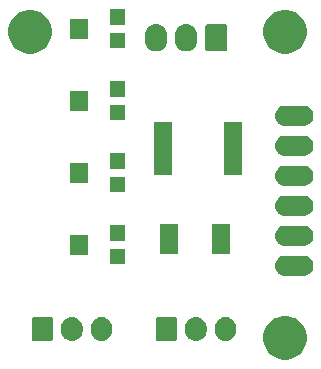
<source format=gbr>
G04 #@! TF.GenerationSoftware,KiCad,Pcbnew,(5.0.2)-1*
G04 #@! TF.CreationDate,2019-03-31T11:29:19+03:00*
G04 #@! TF.ProjectId,galvo-schematic,67616c76-6f2d-4736-9368-656d61746963,rev?*
G04 #@! TF.SameCoordinates,Original*
G04 #@! TF.FileFunction,Soldermask,Top*
G04 #@! TF.FilePolarity,Negative*
%FSLAX46Y46*%
G04 Gerber Fmt 4.6, Leading zero omitted, Abs format (unit mm)*
G04 Created by KiCad (PCBNEW (5.0.2)-1) date 31.03.2019 11:29:19*
%MOMM*%
%LPD*%
G01*
G04 APERTURE LIST*
%ADD10C,0.100000*%
G04 APERTURE END LIST*
D10*
G36*
X146589625Y-108965095D02*
X146589627Y-108965096D01*
X146589628Y-108965096D01*
X146800714Y-109052531D01*
X146926303Y-109104552D01*
X147229306Y-109307011D01*
X147486989Y-109564694D01*
X147576442Y-109698571D01*
X147689448Y-109867697D01*
X147814338Y-110169206D01*
X147828905Y-110204375D01*
X147900000Y-110561791D01*
X147900000Y-110926209D01*
X147828905Y-111283625D01*
X147689448Y-111620303D01*
X147486989Y-111923306D01*
X147229306Y-112180989D01*
X146926303Y-112383448D01*
X146589628Y-112522904D01*
X146589627Y-112522904D01*
X146589625Y-112522905D01*
X146232209Y-112594000D01*
X145867791Y-112594000D01*
X145510375Y-112522905D01*
X145510373Y-112522904D01*
X145510372Y-112522904D01*
X145173697Y-112383448D01*
X144870694Y-112180989D01*
X144613011Y-111923306D01*
X144410552Y-111620303D01*
X144271095Y-111283625D01*
X144200000Y-110926209D01*
X144200000Y-110561791D01*
X144271095Y-110204375D01*
X144285663Y-110169206D01*
X144410552Y-109867697D01*
X144523558Y-109698571D01*
X144613011Y-109564694D01*
X144870694Y-109307011D01*
X145173697Y-109104552D01*
X145299286Y-109052531D01*
X145510372Y-108965096D01*
X145510373Y-108965096D01*
X145510375Y-108965095D01*
X145867791Y-108894000D01*
X146232209Y-108894000D01*
X146589625Y-108965095D01*
X146589625Y-108965095D01*
G37*
G36*
X128176428Y-108988022D02*
X128346080Y-109039486D01*
X128502434Y-109123058D01*
X128639475Y-109235525D01*
X128751942Y-109372566D01*
X128835514Y-109528919D01*
X128886978Y-109698571D01*
X128900000Y-109830788D01*
X128900000Y-110169211D01*
X128896536Y-110204375D01*
X128886977Y-110301430D01*
X128835514Y-110471081D01*
X128751942Y-110627434D01*
X128639475Y-110764475D01*
X128502434Y-110876942D01*
X128346081Y-110960514D01*
X128176429Y-111011978D01*
X128000000Y-111029355D01*
X127823572Y-111011978D01*
X127653920Y-110960514D01*
X127497567Y-110876942D01*
X127418357Y-110811936D01*
X127360525Y-110764475D01*
X127248057Y-110627432D01*
X127164486Y-110471081D01*
X127113023Y-110301431D01*
X127113022Y-110301429D01*
X127100000Y-110169212D01*
X127100000Y-109830789D01*
X127113022Y-109698572D01*
X127164486Y-109528920D01*
X127248058Y-109372566D01*
X127360525Y-109235525D01*
X127497566Y-109123058D01*
X127653919Y-109039486D01*
X127823571Y-108988022D01*
X128000000Y-108970645D01*
X128176428Y-108988022D01*
X128176428Y-108988022D01*
G37*
G36*
X141176428Y-108988022D02*
X141346080Y-109039486D01*
X141502434Y-109123058D01*
X141639475Y-109235525D01*
X141751942Y-109372566D01*
X141835514Y-109528919D01*
X141886978Y-109698571D01*
X141900000Y-109830788D01*
X141900000Y-110169211D01*
X141896536Y-110204375D01*
X141886977Y-110301430D01*
X141835514Y-110471081D01*
X141751942Y-110627434D01*
X141639475Y-110764475D01*
X141502434Y-110876942D01*
X141346081Y-110960514D01*
X141176429Y-111011978D01*
X141000000Y-111029355D01*
X140823572Y-111011978D01*
X140653920Y-110960514D01*
X140497567Y-110876942D01*
X140418357Y-110811936D01*
X140360525Y-110764475D01*
X140248057Y-110627432D01*
X140164486Y-110471081D01*
X140113023Y-110301431D01*
X140113022Y-110301429D01*
X140100000Y-110169212D01*
X140100000Y-109830789D01*
X140113022Y-109698572D01*
X140164486Y-109528920D01*
X140248058Y-109372566D01*
X140360525Y-109235525D01*
X140497566Y-109123058D01*
X140653919Y-109039486D01*
X140823571Y-108988022D01*
X141000000Y-108970645D01*
X141176428Y-108988022D01*
X141176428Y-108988022D01*
G37*
G36*
X138676428Y-108988022D02*
X138846080Y-109039486D01*
X139002434Y-109123058D01*
X139139475Y-109235525D01*
X139251942Y-109372566D01*
X139335514Y-109528919D01*
X139386978Y-109698571D01*
X139400000Y-109830788D01*
X139400000Y-110169211D01*
X139396536Y-110204375D01*
X139386977Y-110301430D01*
X139335514Y-110471081D01*
X139251942Y-110627434D01*
X139139475Y-110764475D01*
X139002434Y-110876942D01*
X138846081Y-110960514D01*
X138676429Y-111011978D01*
X138500000Y-111029355D01*
X138323572Y-111011978D01*
X138153920Y-110960514D01*
X137997567Y-110876942D01*
X137918357Y-110811936D01*
X137860525Y-110764475D01*
X137748057Y-110627432D01*
X137664486Y-110471081D01*
X137613023Y-110301431D01*
X137613022Y-110301429D01*
X137600000Y-110169212D01*
X137600000Y-109830789D01*
X137613022Y-109698572D01*
X137664486Y-109528920D01*
X137748058Y-109372566D01*
X137860525Y-109235525D01*
X137997566Y-109123058D01*
X138153919Y-109039486D01*
X138323571Y-108988022D01*
X138500000Y-108970645D01*
X138676428Y-108988022D01*
X138676428Y-108988022D01*
G37*
G36*
X130676428Y-108988022D02*
X130846080Y-109039486D01*
X131002434Y-109123058D01*
X131139475Y-109235525D01*
X131251942Y-109372566D01*
X131335514Y-109528919D01*
X131386978Y-109698571D01*
X131400000Y-109830788D01*
X131400000Y-110169211D01*
X131396536Y-110204375D01*
X131386977Y-110301430D01*
X131335514Y-110471081D01*
X131251942Y-110627434D01*
X131139475Y-110764475D01*
X131002434Y-110876942D01*
X130846081Y-110960514D01*
X130676429Y-111011978D01*
X130500000Y-111029355D01*
X130323572Y-111011978D01*
X130153920Y-110960514D01*
X129997567Y-110876942D01*
X129918357Y-110811936D01*
X129860525Y-110764475D01*
X129748057Y-110627432D01*
X129664486Y-110471081D01*
X129613023Y-110301431D01*
X129613022Y-110301429D01*
X129600000Y-110169212D01*
X129600000Y-109830789D01*
X129613022Y-109698572D01*
X129664486Y-109528920D01*
X129748058Y-109372566D01*
X129860525Y-109235525D01*
X129997566Y-109123058D01*
X130153919Y-109039486D01*
X130323571Y-108988022D01*
X130500000Y-108970645D01*
X130676428Y-108988022D01*
X130676428Y-108988022D01*
G37*
G36*
X136743660Y-108979205D02*
X136779980Y-108990222D01*
X136813459Y-109008118D01*
X136842802Y-109032198D01*
X136866882Y-109061541D01*
X136884778Y-109095020D01*
X136895795Y-109131340D01*
X136900000Y-109174035D01*
X136900000Y-110825965D01*
X136895795Y-110868660D01*
X136884778Y-110904980D01*
X136866882Y-110938459D01*
X136842802Y-110967802D01*
X136813459Y-110991882D01*
X136779980Y-111009778D01*
X136743660Y-111020795D01*
X136700965Y-111025000D01*
X135299035Y-111025000D01*
X135256340Y-111020795D01*
X135220020Y-111009778D01*
X135186541Y-110991882D01*
X135157198Y-110967802D01*
X135133118Y-110938459D01*
X135115222Y-110904980D01*
X135104205Y-110868660D01*
X135100000Y-110825965D01*
X135100000Y-109174035D01*
X135104205Y-109131340D01*
X135115222Y-109095020D01*
X135133118Y-109061541D01*
X135157198Y-109032198D01*
X135186541Y-109008118D01*
X135220020Y-108990222D01*
X135256340Y-108979205D01*
X135299035Y-108975000D01*
X136700965Y-108975000D01*
X136743660Y-108979205D01*
X136743660Y-108979205D01*
G37*
G36*
X126243660Y-108979205D02*
X126279980Y-108990222D01*
X126313459Y-109008118D01*
X126342802Y-109032198D01*
X126366882Y-109061541D01*
X126384778Y-109095020D01*
X126395795Y-109131340D01*
X126400000Y-109174035D01*
X126400000Y-110825965D01*
X126395795Y-110868660D01*
X126384778Y-110904980D01*
X126366882Y-110938459D01*
X126342802Y-110967802D01*
X126313459Y-110991882D01*
X126279980Y-111009778D01*
X126243660Y-111020795D01*
X126200965Y-111025000D01*
X124799035Y-111025000D01*
X124756340Y-111020795D01*
X124720020Y-111009778D01*
X124686541Y-110991882D01*
X124657198Y-110967802D01*
X124633118Y-110938459D01*
X124615222Y-110904980D01*
X124604205Y-110868660D01*
X124600000Y-110825965D01*
X124600000Y-109174035D01*
X124604205Y-109131340D01*
X124615222Y-109095020D01*
X124633118Y-109061541D01*
X124657198Y-109032198D01*
X124686541Y-109008118D01*
X124720020Y-108990222D01*
X124756340Y-108979205D01*
X124799035Y-108975000D01*
X126200965Y-108975000D01*
X126243660Y-108979205D01*
X126243660Y-108979205D01*
G37*
G36*
X147743293Y-103796895D02*
X147906085Y-103846278D01*
X148056114Y-103926470D01*
X148187612Y-104034388D01*
X148295530Y-104165886D01*
X148375722Y-104315915D01*
X148425105Y-104478707D01*
X148441779Y-104648000D01*
X148425105Y-104817293D01*
X148375722Y-104980085D01*
X148295530Y-105130114D01*
X148187612Y-105261612D01*
X148056114Y-105369530D01*
X147906085Y-105449722D01*
X147743293Y-105499105D01*
X147616426Y-105511600D01*
X146007574Y-105511600D01*
X145880707Y-105499105D01*
X145717915Y-105449722D01*
X145567886Y-105369530D01*
X145436388Y-105261612D01*
X145328470Y-105130114D01*
X145248278Y-104980085D01*
X145198895Y-104817293D01*
X145182221Y-104648000D01*
X145198895Y-104478707D01*
X145248278Y-104315915D01*
X145328470Y-104165886D01*
X145436388Y-104034388D01*
X145567886Y-103926470D01*
X145717915Y-103846278D01*
X145880707Y-103796895D01*
X146007574Y-103784400D01*
X147616426Y-103784400D01*
X147743293Y-103796895D01*
X147743293Y-103796895D01*
G37*
G36*
X132498000Y-104520000D02*
X131198000Y-104520000D01*
X131198000Y-103220000D01*
X132498000Y-103220000D01*
X132498000Y-104520000D01*
X132498000Y-104520000D01*
G37*
G36*
X129398000Y-103720000D02*
X127798000Y-103720000D01*
X127798000Y-102020000D01*
X129398000Y-102020000D01*
X129398000Y-103720000D01*
X129398000Y-103720000D01*
G37*
G36*
X137005000Y-103612000D02*
X135455000Y-103612000D01*
X135455000Y-101112000D01*
X137005000Y-101112000D01*
X137005000Y-103612000D01*
X137005000Y-103612000D01*
G37*
G36*
X141405000Y-103612000D02*
X139855000Y-103612000D01*
X139855000Y-101112000D01*
X141405000Y-101112000D01*
X141405000Y-103612000D01*
X141405000Y-103612000D01*
G37*
G36*
X147743293Y-101256895D02*
X147906085Y-101306278D01*
X148056114Y-101386470D01*
X148187612Y-101494388D01*
X148295530Y-101625886D01*
X148375722Y-101775915D01*
X148425105Y-101938707D01*
X148441779Y-102108000D01*
X148425105Y-102277293D01*
X148375722Y-102440085D01*
X148295530Y-102590114D01*
X148187612Y-102721612D01*
X148056114Y-102829530D01*
X147906085Y-102909722D01*
X147743293Y-102959105D01*
X147616426Y-102971600D01*
X146007574Y-102971600D01*
X145880707Y-102959105D01*
X145717915Y-102909722D01*
X145567886Y-102829530D01*
X145436388Y-102721612D01*
X145328470Y-102590114D01*
X145248278Y-102440085D01*
X145198895Y-102277293D01*
X145182221Y-102108000D01*
X145198895Y-101938707D01*
X145248278Y-101775915D01*
X145328470Y-101625886D01*
X145436388Y-101494388D01*
X145567886Y-101386470D01*
X145717915Y-101306278D01*
X145880707Y-101256895D01*
X146007574Y-101244400D01*
X147616426Y-101244400D01*
X147743293Y-101256895D01*
X147743293Y-101256895D01*
G37*
G36*
X132498000Y-102520000D02*
X131198000Y-102520000D01*
X131198000Y-101220000D01*
X132498000Y-101220000D01*
X132498000Y-102520000D01*
X132498000Y-102520000D01*
G37*
G36*
X147743293Y-98716895D02*
X147906085Y-98766278D01*
X148056114Y-98846470D01*
X148187612Y-98954388D01*
X148295530Y-99085886D01*
X148375722Y-99235915D01*
X148425105Y-99398707D01*
X148441779Y-99568000D01*
X148425105Y-99737293D01*
X148375722Y-99900085D01*
X148295530Y-100050114D01*
X148187612Y-100181612D01*
X148056114Y-100289530D01*
X147906085Y-100369722D01*
X147743293Y-100419105D01*
X147616426Y-100431600D01*
X146007574Y-100431600D01*
X145880707Y-100419105D01*
X145717915Y-100369722D01*
X145567886Y-100289530D01*
X145436388Y-100181612D01*
X145328470Y-100050114D01*
X145248278Y-99900085D01*
X145198895Y-99737293D01*
X145182221Y-99568000D01*
X145198895Y-99398707D01*
X145248278Y-99235915D01*
X145328470Y-99085886D01*
X145436388Y-98954388D01*
X145567886Y-98846470D01*
X145717915Y-98766278D01*
X145880707Y-98716895D01*
X146007574Y-98704400D01*
X147616426Y-98704400D01*
X147743293Y-98716895D01*
X147743293Y-98716895D01*
G37*
G36*
X132498000Y-98424000D02*
X131198000Y-98424000D01*
X131198000Y-97124000D01*
X132498000Y-97124000D01*
X132498000Y-98424000D01*
X132498000Y-98424000D01*
G37*
G36*
X147743293Y-96176895D02*
X147906085Y-96226278D01*
X148056114Y-96306470D01*
X148187612Y-96414388D01*
X148295530Y-96545886D01*
X148375722Y-96695915D01*
X148425105Y-96858707D01*
X148441779Y-97028000D01*
X148425105Y-97197293D01*
X148375722Y-97360085D01*
X148295530Y-97510114D01*
X148187612Y-97641612D01*
X148056114Y-97749530D01*
X147906085Y-97829722D01*
X147743293Y-97879105D01*
X147616426Y-97891600D01*
X146007574Y-97891600D01*
X145880707Y-97879105D01*
X145717915Y-97829722D01*
X145567886Y-97749530D01*
X145436388Y-97641612D01*
X145328470Y-97510114D01*
X145248278Y-97360085D01*
X145198895Y-97197293D01*
X145182221Y-97028000D01*
X145198895Y-96858707D01*
X145248278Y-96695915D01*
X145328470Y-96545886D01*
X145436388Y-96414388D01*
X145567886Y-96306470D01*
X145717915Y-96226278D01*
X145880707Y-96176895D01*
X146007574Y-96164400D01*
X147616426Y-96164400D01*
X147743293Y-96176895D01*
X147743293Y-96176895D01*
G37*
G36*
X129398000Y-97624000D02*
X127798000Y-97624000D01*
X127798000Y-95924000D01*
X129398000Y-95924000D01*
X129398000Y-97624000D01*
X129398000Y-97624000D01*
G37*
G36*
X136509000Y-96967000D02*
X134959000Y-96967000D01*
X134959000Y-92517000D01*
X136509000Y-92517000D01*
X136509000Y-96967000D01*
X136509000Y-96967000D01*
G37*
G36*
X142409000Y-96967000D02*
X140859000Y-96967000D01*
X140859000Y-92517000D01*
X142409000Y-92517000D01*
X142409000Y-96967000D01*
X142409000Y-96967000D01*
G37*
G36*
X132498000Y-96424000D02*
X131198000Y-96424000D01*
X131198000Y-95124000D01*
X132498000Y-95124000D01*
X132498000Y-96424000D01*
X132498000Y-96424000D01*
G37*
G36*
X147743293Y-93636895D02*
X147906085Y-93686278D01*
X148056114Y-93766470D01*
X148187612Y-93874388D01*
X148295530Y-94005886D01*
X148375722Y-94155915D01*
X148425105Y-94318707D01*
X148441779Y-94488000D01*
X148425105Y-94657293D01*
X148375722Y-94820085D01*
X148295530Y-94970114D01*
X148187612Y-95101612D01*
X148056114Y-95209530D01*
X147906085Y-95289722D01*
X147743293Y-95339105D01*
X147616426Y-95351600D01*
X146007574Y-95351600D01*
X145880707Y-95339105D01*
X145717915Y-95289722D01*
X145567886Y-95209530D01*
X145436388Y-95101612D01*
X145328470Y-94970114D01*
X145248278Y-94820085D01*
X145198895Y-94657293D01*
X145182221Y-94488000D01*
X145198895Y-94318707D01*
X145248278Y-94155915D01*
X145328470Y-94005886D01*
X145436388Y-93874388D01*
X145567886Y-93766470D01*
X145717915Y-93686278D01*
X145880707Y-93636895D01*
X146007574Y-93624400D01*
X147616426Y-93624400D01*
X147743293Y-93636895D01*
X147743293Y-93636895D01*
G37*
G36*
X147743293Y-91096895D02*
X147906085Y-91146278D01*
X148056114Y-91226470D01*
X148187612Y-91334388D01*
X148295530Y-91465886D01*
X148375722Y-91615915D01*
X148425105Y-91778707D01*
X148441779Y-91948000D01*
X148425105Y-92117293D01*
X148375722Y-92280085D01*
X148295530Y-92430114D01*
X148187612Y-92561612D01*
X148056114Y-92669530D01*
X147906085Y-92749722D01*
X147743293Y-92799105D01*
X147616426Y-92811600D01*
X146007574Y-92811600D01*
X145880707Y-92799105D01*
X145717915Y-92749722D01*
X145567886Y-92669530D01*
X145436388Y-92561612D01*
X145328470Y-92430114D01*
X145248278Y-92280085D01*
X145198895Y-92117293D01*
X145182221Y-91948000D01*
X145198895Y-91778707D01*
X145248278Y-91615915D01*
X145328470Y-91465886D01*
X145436388Y-91334388D01*
X145567886Y-91226470D01*
X145717915Y-91146278D01*
X145880707Y-91096895D01*
X146007574Y-91084400D01*
X147616426Y-91084400D01*
X147743293Y-91096895D01*
X147743293Y-91096895D01*
G37*
G36*
X132498000Y-92328000D02*
X131198000Y-92328000D01*
X131198000Y-91028000D01*
X132498000Y-91028000D01*
X132498000Y-92328000D01*
X132498000Y-92328000D01*
G37*
G36*
X129398000Y-91528000D02*
X127798000Y-91528000D01*
X127798000Y-89828000D01*
X129398000Y-89828000D01*
X129398000Y-91528000D01*
X129398000Y-91528000D01*
G37*
G36*
X132498000Y-90328000D02*
X131198000Y-90328000D01*
X131198000Y-89028000D01*
X132498000Y-89028000D01*
X132498000Y-90328000D01*
X132498000Y-90328000D01*
G37*
G36*
X146589625Y-83057095D02*
X146589627Y-83057096D01*
X146589628Y-83057096D01*
X146926303Y-83196552D01*
X147229306Y-83399011D01*
X147486989Y-83656694D01*
X147689448Y-83959697D01*
X147822159Y-84280087D01*
X147828905Y-84296375D01*
X147900000Y-84653791D01*
X147900000Y-85018209D01*
X147828905Y-85375625D01*
X147828904Y-85375628D01*
X147689448Y-85712303D01*
X147486989Y-86015306D01*
X147229306Y-86272989D01*
X147074379Y-86376507D01*
X146926303Y-86475448D01*
X146589628Y-86614904D01*
X146589627Y-86614904D01*
X146589625Y-86614905D01*
X146232209Y-86686000D01*
X145867791Y-86686000D01*
X145510375Y-86614905D01*
X145510373Y-86614904D01*
X145510372Y-86614904D01*
X145173697Y-86475448D01*
X145025621Y-86376507D01*
X144870694Y-86272989D01*
X144613011Y-86015306D01*
X144410552Y-85712303D01*
X144271096Y-85375628D01*
X144271095Y-85375625D01*
X144200000Y-85018209D01*
X144200000Y-84653791D01*
X144271095Y-84296375D01*
X144277842Y-84280087D01*
X144410552Y-83959697D01*
X144613011Y-83656694D01*
X144870694Y-83399011D01*
X145173697Y-83196552D01*
X145510372Y-83057096D01*
X145510373Y-83057096D01*
X145510375Y-83057095D01*
X145867791Y-82986000D01*
X146232209Y-82986000D01*
X146589625Y-83057095D01*
X146589625Y-83057095D01*
G37*
G36*
X124999625Y-83057095D02*
X124999627Y-83057096D01*
X124999628Y-83057096D01*
X125336303Y-83196552D01*
X125639306Y-83399011D01*
X125896989Y-83656694D01*
X126099448Y-83959697D01*
X126232159Y-84280087D01*
X126238905Y-84296375D01*
X126310000Y-84653791D01*
X126310000Y-85018209D01*
X126238905Y-85375625D01*
X126238904Y-85375628D01*
X126099448Y-85712303D01*
X125896989Y-86015306D01*
X125639306Y-86272989D01*
X125484379Y-86376507D01*
X125336303Y-86475448D01*
X124999628Y-86614904D01*
X124999627Y-86614904D01*
X124999625Y-86614905D01*
X124642209Y-86686000D01*
X124277791Y-86686000D01*
X123920375Y-86614905D01*
X123920373Y-86614904D01*
X123920372Y-86614904D01*
X123583697Y-86475448D01*
X123435621Y-86376507D01*
X123280694Y-86272989D01*
X123023011Y-86015306D01*
X122820552Y-85712303D01*
X122681096Y-85375628D01*
X122681095Y-85375625D01*
X122610000Y-85018209D01*
X122610000Y-84653791D01*
X122681095Y-84296375D01*
X122687842Y-84280087D01*
X122820552Y-83959697D01*
X123023011Y-83656694D01*
X123280694Y-83399011D01*
X123583697Y-83196552D01*
X123920372Y-83057096D01*
X123920373Y-83057096D01*
X123920375Y-83057095D01*
X124277791Y-82986000D01*
X124642209Y-82986000D01*
X124999625Y-83057095D01*
X124999625Y-83057095D01*
G37*
G36*
X137848349Y-84207311D02*
X138021773Y-84259919D01*
X138059504Y-84280087D01*
X138181597Y-84345347D01*
X138321686Y-84460314D01*
X138436653Y-84600403D01*
X138522081Y-84760228D01*
X138574688Y-84933649D01*
X138574688Y-84933651D01*
X138588000Y-85068803D01*
X138588000Y-85619198D01*
X138574689Y-85754349D01*
X138522081Y-85927773D01*
X138476418Y-86013201D01*
X138436653Y-86087597D01*
X138321686Y-86227686D01*
X138238457Y-86295989D01*
X138181598Y-86342652D01*
X138021772Y-86428081D01*
X137848348Y-86480689D01*
X137668000Y-86498452D01*
X137487651Y-86480689D01*
X137314227Y-86428081D01*
X137214183Y-86374606D01*
X137154403Y-86342653D01*
X137014314Y-86227686D01*
X136929296Y-86124090D01*
X136899348Y-86087598D01*
X136813919Y-85927772D01*
X136761311Y-85754348D01*
X136748000Y-85619197D01*
X136748000Y-85068802D01*
X136761311Y-84933651D01*
X136813919Y-84760227D01*
X136899349Y-84600402D01*
X137014315Y-84460314D01*
X137154404Y-84345347D01*
X137276497Y-84280087D01*
X137314228Y-84259919D01*
X137487652Y-84207311D01*
X137668000Y-84189548D01*
X137848349Y-84207311D01*
X137848349Y-84207311D01*
G37*
G36*
X135308349Y-84207311D02*
X135481773Y-84259919D01*
X135519504Y-84280087D01*
X135641597Y-84345347D01*
X135781686Y-84460314D01*
X135896653Y-84600403D01*
X135982081Y-84760228D01*
X136034688Y-84933649D01*
X136034688Y-84933651D01*
X136048000Y-85068803D01*
X136048000Y-85619198D01*
X136034689Y-85754349D01*
X135982081Y-85927773D01*
X135936418Y-86013201D01*
X135896653Y-86087597D01*
X135781686Y-86227686D01*
X135698457Y-86295989D01*
X135641598Y-86342652D01*
X135481772Y-86428081D01*
X135308348Y-86480689D01*
X135128000Y-86498452D01*
X134947651Y-86480689D01*
X134774227Y-86428081D01*
X134674183Y-86374606D01*
X134614403Y-86342653D01*
X134474314Y-86227686D01*
X134389296Y-86124090D01*
X134359348Y-86087598D01*
X134273919Y-85927772D01*
X134221311Y-85754348D01*
X134208000Y-85619197D01*
X134208000Y-85068802D01*
X134221311Y-84933651D01*
X134273919Y-84760227D01*
X134359349Y-84600402D01*
X134474315Y-84460314D01*
X134614404Y-84345347D01*
X134736497Y-84280087D01*
X134774228Y-84259919D01*
X134947652Y-84207311D01*
X135128000Y-84189548D01*
X135308349Y-84207311D01*
X135308349Y-84207311D01*
G37*
G36*
X140972474Y-84198185D02*
X141008606Y-84209145D01*
X141041913Y-84226948D01*
X141071099Y-84250901D01*
X141095052Y-84280087D01*
X141112855Y-84313394D01*
X141123815Y-84349526D01*
X141128000Y-84392011D01*
X141128000Y-86295989D01*
X141123815Y-86338474D01*
X141112855Y-86374606D01*
X141095052Y-86407913D01*
X141071099Y-86437099D01*
X141041913Y-86461052D01*
X141008606Y-86478855D01*
X140972474Y-86489815D01*
X140929989Y-86494000D01*
X139486011Y-86494000D01*
X139443526Y-86489815D01*
X139407394Y-86478855D01*
X139374087Y-86461052D01*
X139344901Y-86437099D01*
X139320948Y-86407913D01*
X139303145Y-86374606D01*
X139292185Y-86338474D01*
X139288000Y-86295989D01*
X139288000Y-84392011D01*
X139292185Y-84349526D01*
X139303145Y-84313394D01*
X139320948Y-84280087D01*
X139344901Y-84250901D01*
X139374087Y-84226948D01*
X139407394Y-84209145D01*
X139443526Y-84198185D01*
X139486011Y-84194000D01*
X140929989Y-84194000D01*
X140972474Y-84198185D01*
X140972474Y-84198185D01*
G37*
G36*
X132498000Y-86232000D02*
X131198000Y-86232000D01*
X131198000Y-84932000D01*
X132498000Y-84932000D01*
X132498000Y-86232000D01*
X132498000Y-86232000D01*
G37*
G36*
X129398000Y-85432000D02*
X127798000Y-85432000D01*
X127798000Y-83732000D01*
X129398000Y-83732000D01*
X129398000Y-85432000D01*
X129398000Y-85432000D01*
G37*
G36*
X132498000Y-84232000D02*
X131198000Y-84232000D01*
X131198000Y-82932000D01*
X132498000Y-82932000D01*
X132498000Y-84232000D01*
X132498000Y-84232000D01*
G37*
M02*

</source>
